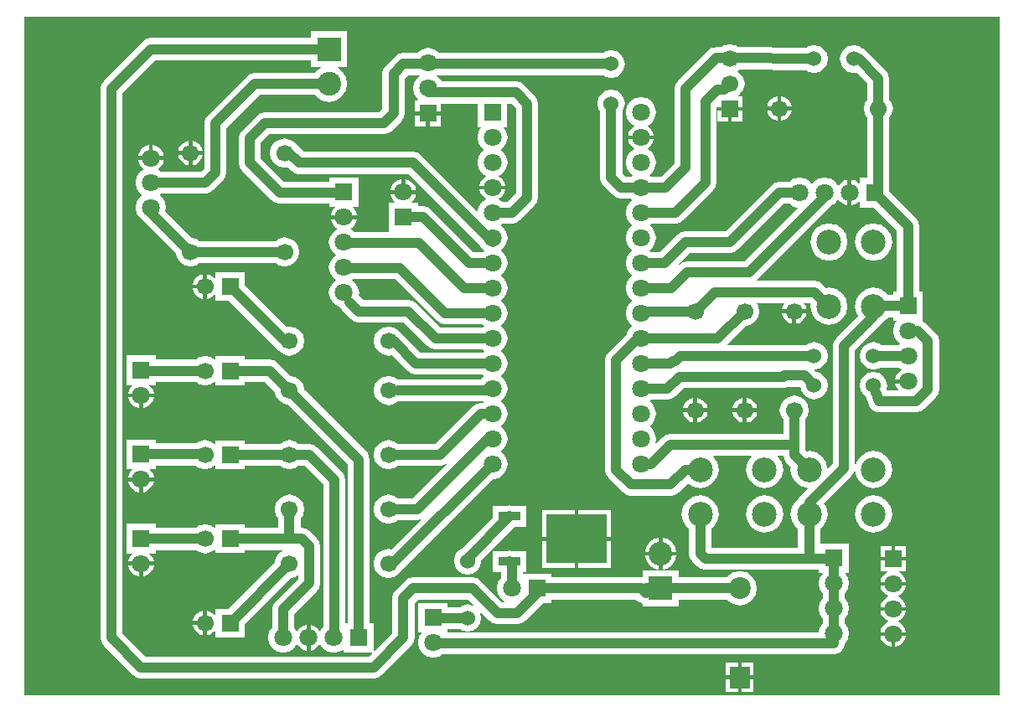
<source format=gbl>
G04 Layer_Physical_Order=2*
G04 Layer_Color=16711680*
%FSLAX25Y25*%
%MOIN*%
G70*
G01*
G75*
%ADD10R,0.24016X0.19685*%
%ADD11R,0.08661X0.03740*%
%ADD12C,0.03937*%
%ADD13C,0.06000*%
%ADD14R,0.07087X0.07087*%
%ADD15C,0.07087*%
%ADD16C,0.09842*%
%ADD17C,0.06693*%
%ADD18R,0.07087X0.07087*%
%ADD19R,0.06693X0.06693*%
%ADD20R,0.06693X0.06693*%
%ADD21R,0.07874X0.08661*%
%ADD22C,0.08661*%
%ADD23R,0.09449X0.09449*%
%ADD24C,0.09449*%
G36*
X390891Y2810D02*
X2810D01*
Y272781D01*
X390891D01*
Y2810D01*
D02*
G37*
%LPC*%
G36*
X221654Y76378D02*
X208858D01*
Y65748D01*
X221654D01*
Y76378D01*
D02*
G37*
G36*
X256693Y65321D02*
Y59842D01*
X262172D01*
X261839Y61513D01*
X260447Y63597D01*
X258363Y64989D01*
X256693Y65321D01*
D02*
G37*
G36*
X297244Y82229D02*
X294402Y81664D01*
X291993Y80054D01*
X290383Y77645D01*
X289818Y74803D01*
X290383Y71961D01*
X291993Y69552D01*
X294402Y67942D01*
X297244Y67377D01*
X300086Y67942D01*
X302495Y69552D01*
X304105Y71961D01*
X304670Y74803D01*
X304105Y77645D01*
X302495Y80054D01*
X300086Y81664D01*
X297244Y82229D01*
D02*
G37*
G36*
X236024Y76378D02*
X223228D01*
Y65748D01*
X236024D01*
Y76378D01*
D02*
G37*
G36*
X347638Y62205D02*
X343307D01*
Y57874D01*
X347638D01*
Y62205D01*
D02*
G37*
G36*
X236024Y64173D02*
X223228D01*
Y53543D01*
X236024D01*
Y64173D01*
D02*
G37*
G36*
X255118Y65321D02*
X253448Y64989D01*
X251364Y63597D01*
X249972Y61513D01*
X249640Y59842D01*
X255118D01*
Y65321D01*
D02*
G37*
G36*
X353543Y62205D02*
X349213D01*
Y57874D01*
X353543D01*
Y62205D01*
D02*
G37*
G36*
X294231Y115354D02*
X290158D01*
Y111281D01*
X291290Y111506D01*
X292918Y112594D01*
X294006Y114222D01*
X294231Y115354D01*
D02*
G37*
G36*
X288583D02*
X284509D01*
X284734Y114222D01*
X285822Y112594D01*
X287450Y111506D01*
X288583Y111281D01*
Y115354D01*
D02*
G37*
G36*
X274546Y115354D02*
X270472D01*
Y111281D01*
X271605Y111506D01*
X273233Y112594D01*
X274321Y114222D01*
X274546Y115354D01*
D02*
G37*
G36*
X268898D02*
X264824D01*
X265049Y114222D01*
X266137Y112594D01*
X267765Y111506D01*
X268898Y111281D01*
Y115354D01*
D02*
G37*
G36*
X108268Y82592D02*
X106040Y82149D01*
X104152Y80887D01*
X102890Y78999D01*
X102447Y76772D01*
X102890Y74544D01*
X103852Y73105D01*
Y69376D01*
X90354D01*
Y70669D01*
X78937D01*
Y69141D01*
X78740Y69090D01*
X76873Y70338D01*
X74646Y70781D01*
X72418Y70338D01*
X70979Y69376D01*
X55118D01*
Y71024D01*
X43307D01*
Y59213D01*
X45789D01*
X45846Y59024D01*
X45523Y58808D01*
X44391Y57115D01*
X44151Y55905D01*
X49213D01*
X54274D01*
X54034Y57115D01*
X52903Y58808D01*
X52579Y59024D01*
X52636Y59213D01*
X55118D01*
Y60545D01*
X70979D01*
X72418Y59583D01*
X74646Y59140D01*
X76873Y59583D01*
X78740Y60831D01*
X78937Y60780D01*
Y59252D01*
X90354D01*
Y60545D01*
X105760D01*
X105820Y60348D01*
X104152Y59234D01*
X102890Y57345D01*
X102553Y55647D01*
X84110Y37205D01*
X78937D01*
Y34271D01*
X78749Y34214D01*
X78194Y35044D01*
X76566Y36132D01*
X75433Y36357D01*
Y31496D01*
Y26635D01*
X76566Y26860D01*
X78194Y27948D01*
X78749Y28779D01*
X78937Y28721D01*
Y25787D01*
X90354D01*
Y30960D01*
X108797Y49403D01*
X110495Y49741D01*
X111553Y50447D01*
X111726Y50354D01*
Y49073D01*
X102705Y40051D01*
X101747Y38619D01*
X101411Y36929D01*
Y29612D01*
X100264Y27895D01*
X99806Y25591D01*
X100264Y23286D01*
X101569Y21333D01*
X103523Y20028D01*
X105827Y19569D01*
X108131Y20028D01*
X110084Y21333D01*
X111202Y23005D01*
X111399D01*
X112137Y21901D01*
X113830Y20769D01*
X115039Y20529D01*
Y25591D01*
Y30652D01*
X113830Y30412D01*
X112137Y29280D01*
X111399Y28176D01*
X111202D01*
X110242Y29612D01*
Y35100D01*
X119264Y44122D01*
X120221Y45554D01*
X120557Y47244D01*
X120557Y47244D01*
Y62038D01*
X120221Y63728D01*
X119264Y65161D01*
X116342Y68083D01*
X114909Y69040D01*
X113219Y69376D01*
X112683D01*
Y73105D01*
X113645Y74544D01*
X114088Y76772D01*
X113645Y78999D01*
X112383Y80887D01*
X110495Y82149D01*
X108268Y82592D01*
D02*
G37*
G36*
X340551Y82229D02*
X337709Y81664D01*
X335300Y80054D01*
X333690Y77645D01*
X333125Y74803D01*
X333690Y71961D01*
X335300Y69552D01*
X337709Y67942D01*
X340551Y67377D01*
X343393Y67942D01*
X345802Y69552D01*
X347412Y71961D01*
X347977Y74803D01*
X347412Y77645D01*
X345802Y80054D01*
X343393Y81664D01*
X340551Y82229D01*
D02*
G37*
G36*
X48425Y87795D02*
X44151D01*
X44391Y86586D01*
X45523Y84893D01*
X47216Y83762D01*
X48425Y83521D01*
Y87795D01*
D02*
G37*
G36*
X54274D02*
X50000D01*
Y83521D01*
X51210Y83762D01*
X52903Y84893D01*
X54034Y86586D01*
X54274Y87795D01*
D02*
G37*
G36*
X221654Y64173D02*
X208858D01*
Y53543D01*
X221654D01*
Y64173D01*
D02*
G37*
G36*
X353487Y26299D02*
X349213D01*
Y22025D01*
X350422Y22265D01*
X352115Y23397D01*
X353246Y25090D01*
X353487Y26299D01*
D02*
G37*
G36*
X347638D02*
X343363D01*
X343604Y25090D01*
X344735Y23397D01*
X346428Y22265D01*
X347638Y22025D01*
Y26299D01*
D02*
G37*
G36*
X353487Y36299D02*
X348425D01*
X343363D01*
X343604Y35090D01*
X344735Y33397D01*
X346428Y32265D01*
X346832Y32185D01*
Y31988D01*
X346428Y31908D01*
X344735Y30777D01*
X343604Y29084D01*
X343363Y27874D01*
X348425D01*
X353487D01*
X353246Y29084D01*
X352115Y30777D01*
X350422Y31908D01*
X350018Y31988D01*
Y32185D01*
X350422Y32265D01*
X352115Y33397D01*
X353246Y35090D01*
X353487Y36299D01*
D02*
G37*
G36*
X73858Y30709D02*
X69785D01*
X70010Y29576D01*
X71098Y27948D01*
X72725Y26860D01*
X73858Y26635D01*
Y30709D01*
D02*
G37*
G36*
X292913Y9055D02*
X288189D01*
Y3937D01*
X292913D01*
Y9055D01*
D02*
G37*
G36*
X286614D02*
X281890D01*
Y3937D01*
X286614D01*
Y9055D01*
D02*
G37*
G36*
X292913Y15748D02*
X288189D01*
Y10630D01*
X292913D01*
Y15748D01*
D02*
G37*
G36*
X286614D02*
X281890D01*
Y10630D01*
X286614D01*
Y15748D01*
D02*
G37*
G36*
X195866Y78353D02*
X194945Y78169D01*
X189173D01*
Y73489D01*
X176606Y60922D01*
X175268Y60027D01*
X174083Y58254D01*
X173667Y56161D01*
X174083Y54069D01*
X175268Y52296D01*
X177042Y51110D01*
X179134Y50694D01*
X181226Y51110D01*
X183000Y52296D01*
X184185Y54069D01*
X184601Y56161D01*
X184557Y56383D01*
X197878Y69705D01*
X202559D01*
Y78169D01*
X196787D01*
X195866Y78353D01*
D02*
G37*
G36*
X48425Y54331D02*
X44151D01*
X44391Y53121D01*
X45523Y51428D01*
X47216Y50297D01*
X48425Y50056D01*
Y54331D01*
D02*
G37*
G36*
X262172Y58268D02*
X256693D01*
Y52789D01*
X258363Y53121D01*
X260447Y54514D01*
X261839Y56597D01*
X262172Y58268D01*
D02*
G37*
G36*
X255118D02*
X249640D01*
X249972Y56597D01*
X251364Y54514D01*
X253448Y53121D01*
X255118Y52789D01*
Y58268D01*
D02*
G37*
G36*
X353487Y46299D02*
X348425D01*
X343363D01*
X343604Y45090D01*
X344735Y43397D01*
X346428Y42265D01*
X346832Y42185D01*
Y41988D01*
X346428Y41908D01*
X344735Y40777D01*
X343604Y39084D01*
X343363Y37874D01*
X348425D01*
X353487D01*
X353246Y39084D01*
X352115Y40777D01*
X350422Y41908D01*
X350018Y41988D01*
Y42185D01*
X350422Y42265D01*
X352115Y43397D01*
X353246Y45090D01*
X353487Y46299D01*
D02*
G37*
G36*
X73858Y36357D02*
X72725Y36132D01*
X71098Y35044D01*
X70010Y33416D01*
X69785Y32283D01*
X73858D01*
Y36357D01*
D02*
G37*
G36*
X54274Y54331D02*
X50000D01*
Y50056D01*
X51210Y50297D01*
X52903Y51428D01*
X54034Y53121D01*
X54274Y54331D01*
D02*
G37*
G36*
X353543Y56299D02*
X348425D01*
X343307D01*
Y51968D01*
X346165D01*
X346224Y51772D01*
X344735Y50776D01*
X343604Y49084D01*
X343363Y47874D01*
X348425D01*
X353487D01*
X353246Y49084D01*
X352115Y50776D01*
X350626Y51772D01*
X350686Y51968D01*
X353543D01*
Y56299D01*
D02*
G37*
G36*
X68110Y223365D02*
X66978Y223140D01*
X65350Y222052D01*
X64262Y220424D01*
X64037Y219291D01*
X68110D01*
Y223365D01*
D02*
G37*
G36*
X53937Y221597D02*
Y217323D01*
X58211D01*
X57971Y218532D01*
X56840Y220225D01*
X55147Y221357D01*
X53937Y221597D01*
D02*
G37*
G36*
X248031Y240746D02*
X245727Y240287D01*
X243774Y238982D01*
X242469Y237029D01*
X242010Y234724D01*
X242469Y232420D01*
X243774Y230467D01*
X245446Y229349D01*
Y229152D01*
X244342Y228414D01*
X243210Y226721D01*
X242970Y225512D01*
X253093D01*
X252853Y226721D01*
X251722Y228414D01*
X250617Y229152D01*
Y229349D01*
X252289Y230467D01*
X253594Y232420D01*
X254053Y234724D01*
X253594Y237029D01*
X252289Y238982D01*
X250336Y240287D01*
X248031Y240746D01*
D02*
G37*
G36*
X69685Y223365D02*
Y219291D01*
X73759D01*
X73533Y220424D01*
X72446Y222052D01*
X70818Y223140D01*
X69685Y223365D01*
D02*
G37*
G36*
X73759Y217717D02*
X69685D01*
Y213643D01*
X70818Y213868D01*
X72446Y214956D01*
X73533Y216584D01*
X73759Y217717D01*
D02*
G37*
G36*
X154331Y207975D02*
Y203701D01*
X158605D01*
X158364Y204910D01*
X157233Y206603D01*
X155540Y207734D01*
X154331Y207975D01*
D02*
G37*
G36*
X52362Y221597D02*
X51153Y221357D01*
X49460Y220225D01*
X48328Y218532D01*
X48088Y217323D01*
X52362D01*
Y221597D01*
D02*
G37*
G36*
X68110Y217717D02*
X64037D01*
X64262Y216584D01*
X65350Y214956D01*
X66978Y213868D01*
X68110Y213643D01*
Y217717D01*
D02*
G37*
G36*
X162598Y233465D02*
X158268D01*
Y229134D01*
X162598D01*
Y233465D01*
D02*
G37*
G36*
X302362Y241082D02*
X301229Y240856D01*
X299601Y239769D01*
X298514Y238141D01*
X298288Y237008D01*
X302362D01*
Y241082D01*
D02*
G37*
G36*
X308011Y235433D02*
X303937D01*
Y231360D01*
X305070Y231585D01*
X306698Y232673D01*
X307785Y234300D01*
X308011Y235433D01*
D02*
G37*
G36*
X163386Y260273D02*
X161082Y259815D01*
X159128Y258510D01*
X159023Y258353D01*
X153543D01*
X151854Y258016D01*
X150421Y257059D01*
X146484Y253122D01*
X145527Y251690D01*
X145191Y250000D01*
Y236081D01*
X143840Y234731D01*
X98425D01*
X96735Y234394D01*
X95303Y233437D01*
X89397Y227532D01*
X88440Y226099D01*
X88104Y224410D01*
Y214567D01*
X88440Y212877D01*
X89397Y211445D01*
X97272Y203571D01*
X97272Y203571D01*
X101208Y199634D01*
X102641Y198676D01*
X104331Y198340D01*
X124016D01*
Y197008D01*
X126498D01*
X126555Y196819D01*
X126231Y196603D01*
X125100Y194910D01*
X124859Y193701D01*
X129921D01*
X134983D01*
X134742Y194910D01*
X133611Y196603D01*
X133288Y196819D01*
X133345Y197008D01*
X135827D01*
Y208819D01*
X124016D01*
Y207171D01*
X106160D01*
X103516Y209815D01*
X103516Y209815D01*
X96935Y216396D01*
Y222581D01*
X100254Y225899D01*
X145669D01*
X147359Y226236D01*
X148792Y227193D01*
X152728Y231130D01*
X153686Y232562D01*
X154022Y234252D01*
Y248171D01*
X155372Y249521D01*
X159836D01*
X160092Y249350D01*
Y249153D01*
X159128Y248510D01*
X157823Y246556D01*
X157365Y244252D01*
X157823Y241948D01*
X159128Y239994D01*
X159781Y239558D01*
X159723Y239370D01*
X158268D01*
Y235039D01*
X163386D01*
X168504D01*
Y238183D01*
X183071D01*
Y228819D01*
X184401D01*
X184494Y228645D01*
X183414Y227029D01*
X182955Y224724D01*
X183414Y222420D01*
X184719Y220467D01*
X185682Y219823D01*
Y219626D01*
X184719Y218982D01*
X183414Y217029D01*
X182955Y214724D01*
X183414Y212420D01*
X184719Y210467D01*
X186391Y209349D01*
Y209153D01*
X185286Y208414D01*
X184155Y206721D01*
X183915Y205512D01*
X194038D01*
X193798Y206721D01*
X192666Y208414D01*
X191562Y209153D01*
Y209349D01*
X193234Y210467D01*
X194539Y212420D01*
X194998Y214724D01*
X194539Y217029D01*
X193234Y218982D01*
X192270Y219626D01*
Y219823D01*
X193234Y220467D01*
X194539Y222420D01*
X194998Y224724D01*
X194539Y227029D01*
X193459Y228645D01*
X193552Y228819D01*
X194882D01*
Y238183D01*
X196517D01*
X198340Y236360D01*
Y202616D01*
X194864Y199140D01*
X192998D01*
X191562Y200099D01*
Y200296D01*
X192666Y201034D01*
X193798Y202728D01*
X194038Y203937D01*
X183915D01*
X184155Y202728D01*
X185286Y201034D01*
X186391Y200296D01*
Y200099D01*
X184719Y198982D01*
X183414Y197029D01*
X183097Y195440D01*
X182909Y195383D01*
X160603Y217689D01*
X159170Y218646D01*
X157480Y218983D01*
X114034D01*
X111390Y221626D01*
X110828Y222002D01*
X110415Y222620D01*
X108527Y223881D01*
X106299Y224324D01*
X104072Y223881D01*
X102183Y222620D01*
X100922Y220731D01*
X100479Y218504D01*
X100922Y216277D01*
X102183Y214388D01*
X104072Y213126D01*
X106299Y212684D01*
X107587Y212940D01*
X109082Y211445D01*
X110515Y210488D01*
X112205Y210151D01*
X155651D01*
X183476Y182327D01*
X184719Y180467D01*
X185682Y179823D01*
Y179626D01*
X184955Y179140D01*
X181435D01*
X164540Y196036D01*
X163107Y196993D01*
X161417Y197329D01*
X159449D01*
Y198819D01*
X156967D01*
X156910Y199007D01*
X157233Y199223D01*
X158364Y200916D01*
X158605Y202126D01*
X153543D01*
X148482D01*
X148722Y200916D01*
X149853Y199223D01*
X150177Y199007D01*
X150120Y198819D01*
X147638D01*
Y187171D01*
X134178D01*
X132507Y188288D01*
Y188485D01*
X133611Y189224D01*
X134742Y190916D01*
X134983Y192126D01*
X129921D01*
X124859D01*
X125100Y190916D01*
X126231Y189224D01*
X127336Y188485D01*
Y188288D01*
X125664Y187171D01*
X124358Y185218D01*
X123900Y182913D01*
X124358Y180609D01*
X125664Y178656D01*
X126627Y178012D01*
Y177815D01*
X125664Y177171D01*
X124358Y175218D01*
X123900Y172913D01*
X124358Y170609D01*
X125664Y168656D01*
X126627Y168012D01*
Y167815D01*
X125664Y167171D01*
X124358Y165218D01*
X123900Y162913D01*
X124358Y160609D01*
X125664Y158656D01*
X127617Y157351D01*
X128275Y157220D01*
X129082Y156012D01*
X132704Y152390D01*
X134137Y151432D01*
X135827Y151096D01*
X153683D01*
X163177Y141602D01*
X164609Y140645D01*
X166299Y140309D01*
X184955D01*
X185682Y139823D01*
Y139626D01*
X184955Y139140D01*
X160412D01*
X152729Y146823D01*
X152166Y147199D01*
X151754Y147817D01*
X149865Y149078D01*
X147638Y149521D01*
X145411Y149078D01*
X143522Y147817D01*
X142261Y145928D01*
X141817Y143701D01*
X142261Y141473D01*
X143522Y139585D01*
X145411Y138323D01*
X147638Y137880D01*
X148926Y138137D01*
X155461Y131602D01*
X156893Y130645D01*
X158583Y130309D01*
X184955D01*
X185682Y129823D01*
Y129626D01*
X184719Y128982D01*
X184351Y128431D01*
X151575D01*
X151367Y128390D01*
X149865Y129393D01*
X147638Y129836D01*
X145411Y129393D01*
X143522Y128131D01*
X142261Y126243D01*
X141817Y124016D01*
X142261Y121788D01*
X143522Y119900D01*
X145411Y118638D01*
X147638Y118195D01*
X149865Y118638D01*
X151367Y119642D01*
X151575Y119600D01*
X185305D01*
X185362Y119412D01*
X184955Y119140D01*
X184320D01*
X184320Y119140D01*
X182630Y118804D01*
X181198Y117847D01*
X166192Y102841D01*
X151305D01*
X149865Y103803D01*
X147638Y104246D01*
X145410Y103803D01*
X143522Y102541D01*
X142260Y100653D01*
X141817Y98425D01*
X142260Y96198D01*
X143522Y94310D01*
X145410Y93048D01*
X147638Y92605D01*
X149865Y93048D01*
X151305Y94010D01*
X168021D01*
X169710Y94346D01*
X171013Y95216D01*
X171139Y95063D01*
X157262Y81187D01*
X151305D01*
X149865Y82149D01*
X147638Y82592D01*
X145410Y82149D01*
X143522Y80887D01*
X142260Y78999D01*
X141817Y76772D01*
X142260Y74544D01*
X143522Y72656D01*
X145410Y71394D01*
X147638Y70951D01*
X149865Y71394D01*
X151305Y72356D01*
X159091D01*
X160347Y72606D01*
X160440Y72432D01*
X148729Y60722D01*
X147638Y60939D01*
X145410Y60496D01*
X143522Y59234D01*
X142260Y57345D01*
X141817Y55118D01*
X142260Y52891D01*
X143522Y51002D01*
X145410Y49741D01*
X147638Y49298D01*
X149865Y49741D01*
X151753Y51002D01*
X152404Y51976D01*
X152610Y52114D01*
X189255Y88759D01*
X191280Y89162D01*
X193234Y90467D01*
X194539Y92420D01*
X194998Y94725D01*
X194539Y97029D01*
X193234Y98982D01*
X192270Y99626D01*
Y99823D01*
X193234Y100467D01*
X194539Y102420D01*
X194998Y104725D01*
X194539Y107029D01*
X193234Y108982D01*
X192270Y109626D01*
Y109823D01*
X193234Y110467D01*
X194539Y112420D01*
X194998Y114725D01*
X194539Y117029D01*
X193234Y118982D01*
X192270Y119626D01*
Y119823D01*
X193234Y120467D01*
X194539Y122420D01*
X194998Y124724D01*
X194539Y127029D01*
X193234Y128982D01*
X192270Y129626D01*
Y129823D01*
X193234Y130467D01*
X194539Y132420D01*
X194998Y134724D01*
X194539Y137029D01*
X193234Y138982D01*
X192270Y139626D01*
Y139823D01*
X193234Y140467D01*
X194539Y142420D01*
X194998Y144725D01*
X194539Y147029D01*
X193234Y148982D01*
X192270Y149626D01*
Y149823D01*
X193234Y150467D01*
X194539Y152420D01*
X194998Y154725D01*
X194539Y157029D01*
X193234Y158982D01*
X192270Y159626D01*
Y159823D01*
X193234Y160467D01*
X194539Y162420D01*
X194998Y164725D01*
X194539Y167029D01*
X193234Y168982D01*
X192270Y169626D01*
Y169823D01*
X193234Y170467D01*
X194539Y172420D01*
X194998Y174724D01*
X194539Y177029D01*
X193234Y178982D01*
X192270Y179626D01*
Y179823D01*
X193234Y180467D01*
X194539Y182420D01*
X194998Y184724D01*
X194539Y187029D01*
X193234Y188982D01*
X192270Y189626D01*
Y189823D01*
X192998Y190309D01*
X196693D01*
X198383Y190645D01*
X199815Y191602D01*
X205878Y197665D01*
X206835Y199098D01*
X207171Y200787D01*
Y238189D01*
X206835Y239879D01*
X205878Y241311D01*
X201469Y245721D01*
X200036Y246678D01*
X198346Y247014D01*
X168643D01*
X167643Y248510D01*
X166680Y249153D01*
Y249350D01*
X166936Y249521D01*
X233177D01*
X234128Y248886D01*
X236220Y248470D01*
X238313Y248886D01*
X240086Y250071D01*
X241271Y251845D01*
X241688Y253937D01*
X241271Y256029D01*
X240086Y257803D01*
X238313Y258988D01*
X236220Y259404D01*
X234128Y258988D01*
X233177Y258353D01*
X167748D01*
X167643Y258510D01*
X165690Y259815D01*
X163386Y260273D01*
D02*
G37*
G36*
X303937Y241082D02*
Y237008D01*
X308011D01*
X307785Y238141D01*
X306698Y239769D01*
X305070Y240856D01*
X303937Y241082D01*
D02*
G37*
G36*
X282677Y235276D02*
X278543D01*
Y231142D01*
X282677D01*
Y235276D01*
D02*
G37*
G36*
X168504Y233465D02*
X164173D01*
Y229134D01*
X168504D01*
Y233465D01*
D02*
G37*
G36*
X302362Y235433D02*
X298288D01*
X298514Y234300D01*
X299601Y232673D01*
X301229Y231585D01*
X302362Y231360D01*
Y235433D01*
D02*
G37*
G36*
X288386Y235276D02*
X284252D01*
Y231142D01*
X288386D01*
Y235276D01*
D02*
G37*
G36*
X48425Y121260D02*
X44151D01*
X44391Y120050D01*
X45523Y118357D01*
X47216Y117226D01*
X48425Y116985D01*
Y121260D01*
D02*
G37*
G36*
X54274D02*
X50000D01*
Y116985D01*
X51210Y117226D01*
X52903Y118357D01*
X54034Y120050D01*
X54274Y121260D01*
D02*
G37*
G36*
X308268Y154725D02*
X304194D01*
X304419Y153592D01*
X305507Y151964D01*
X307135Y150876D01*
X308268Y150651D01*
Y154725D01*
D02*
G37*
G36*
X131102Y266929D02*
X116929D01*
Y264258D01*
X53150D01*
X51460Y263922D01*
X50027Y262965D01*
X34279Y247217D01*
X33322Y245784D01*
X32986Y244094D01*
Y25591D01*
X33322Y23901D01*
X34279Y22468D01*
X46090Y10657D01*
X46090Y10657D01*
X47523Y9700D01*
X49213Y9364D01*
X141732D01*
X143422Y9700D01*
X144854Y10657D01*
X156666Y22468D01*
X157623Y23901D01*
X157959Y25591D01*
Y39510D01*
X159309Y40860D01*
X179273D01*
X181697Y38437D01*
X181572Y38285D01*
X181226Y38516D01*
X179134Y38932D01*
X177042Y38516D01*
X176091Y37880D01*
X171260D01*
Y39528D01*
X159449D01*
Y27717D01*
X160779D01*
X160872Y27543D01*
X159792Y25926D01*
X159333Y23622D01*
X159792Y21318D01*
X161097Y19364D01*
X163050Y18059D01*
X165354Y17601D01*
X167658Y18059D01*
X168904Y18892D01*
X324803D01*
X326493Y19228D01*
X327925Y20185D01*
X328883Y21617D01*
X329195Y23187D01*
X330366Y24940D01*
X330824Y27244D01*
X330366Y29548D01*
X329219Y31265D01*
Y33223D01*
X330366Y34940D01*
X330824Y37244D01*
X330366Y39548D01*
X329219Y41265D01*
Y43223D01*
X330366Y44940D01*
X330824Y47244D01*
X330366Y49548D01*
X329301Y51142D01*
X329406Y51339D01*
X330709D01*
Y63150D01*
X319376D01*
Y68994D01*
X320212Y69552D01*
X321821Y71961D01*
X322387Y74803D01*
X321821Y77645D01*
X320857Y79088D01*
X331862Y90093D01*
X332820Y91525D01*
X332971Y92286D01*
X333172D01*
X333690Y89678D01*
X335300Y87269D01*
X337709Y85659D01*
X340551Y85094D01*
X343393Y85659D01*
X345802Y87269D01*
X347412Y89678D01*
X347977Y92520D01*
X347412Y95362D01*
X345802Y97771D01*
X343393Y99381D01*
X340551Y99946D01*
X337709Y99381D01*
X335300Y97771D01*
X333690Y95362D01*
X333352Y93664D01*
X333156Y93683D01*
Y139903D01*
X343673Y150421D01*
X343673Y150421D01*
X344139Y151118D01*
X345802Y152229D01*
X346466Y153222D01*
X348425D01*
Y151732D01*
X349755D01*
X349848Y151559D01*
X348768Y149942D01*
X348309Y147638D01*
X348768Y145334D01*
X350073Y143380D01*
X351037Y142736D01*
Y142539D01*
X350309Y142053D01*
X343830D01*
X342643Y142846D01*
X340551Y143263D01*
X338459Y142846D01*
X336685Y141661D01*
X335500Y139887D01*
X335084Y137795D01*
X335500Y135703D01*
X336685Y133929D01*
X338459Y132744D01*
X340551Y132328D01*
X342643Y132744D01*
X343359Y133222D01*
X350309D01*
X351745Y132263D01*
Y132066D01*
X350641Y131328D01*
X349510Y129635D01*
X349269Y128425D01*
X354331D01*
Y126850D01*
X349269D01*
X349510Y125641D01*
X350370Y124353D01*
X350277Y124179D01*
X345917D01*
X345750Y124635D01*
X346018Y125984D01*
X345602Y128077D01*
X344417Y129850D01*
X342643Y131035D01*
X340551Y131451D01*
X338459Y131035D01*
X336685Y129850D01*
X335500Y128077D01*
X335084Y125984D01*
X335500Y123892D01*
X336685Y122118D01*
X337456Y121604D01*
X338690Y118242D01*
X338737Y118164D01*
X338755Y118074D01*
X339185Y117431D01*
X339587Y116772D01*
X339662Y116718D01*
X339712Y116641D01*
X340355Y116212D01*
X340980Y115757D01*
X341069Y115735D01*
X341145Y115684D01*
X341903Y115534D01*
X342654Y115352D01*
X342745Y115366D01*
X342835Y115348D01*
X357592D01*
X359282Y115684D01*
X360715Y116641D01*
X365327Y121254D01*
X366284Y122687D01*
X366620Y124376D01*
Y130899D01*
X366620Y130899D01*
Y143701D01*
X366284Y145391D01*
X365327Y146823D01*
X361390Y150760D01*
X360229Y151535D01*
X360236Y151732D01*
X360236Y151732D01*
X360236Y151732D01*
Y163543D01*
X358746D01*
Y189449D01*
X358410Y191139D01*
X357453Y192571D01*
X346929Y203095D01*
Y204221D01*
X346935Y204252D01*
Y232554D01*
X347897Y233993D01*
X348340Y236221D01*
X347897Y238448D01*
X346935Y239887D01*
Y248031D01*
X346935Y248031D01*
X346599Y249721D01*
X345642Y251154D01*
X337768Y259028D01*
X336335Y259985D01*
X336176Y260017D01*
X334769Y260957D01*
X332677Y261373D01*
X330585Y260957D01*
X328811Y259771D01*
X327626Y257998D01*
X327210Y255906D01*
X327626Y253813D01*
X328811Y252040D01*
X330585Y250854D01*
X332677Y250438D01*
X333671Y250636D01*
X338104Y246202D01*
Y239887D01*
X337142Y238448D01*
X336699Y236221D01*
X337142Y233993D01*
X338104Y232554D01*
Y208661D01*
X335118D01*
Y206179D01*
X334930Y206122D01*
X334714Y206446D01*
X333021Y207577D01*
X331811Y207818D01*
Y202756D01*
Y197694D01*
X333021Y197935D01*
X334714Y199066D01*
X334930Y199390D01*
X335118Y199332D01*
Y196850D01*
X340685D01*
X349915Y187620D01*
Y163543D01*
X348425D01*
Y162053D01*
X346255D01*
X345802Y162731D01*
X343393Y164341D01*
X340551Y164907D01*
X337709Y164341D01*
X335300Y162731D01*
X333690Y160322D01*
X333125Y157480D01*
X333690Y154639D01*
X334376Y153612D01*
X325618Y144855D01*
X324661Y143422D01*
X324325Y141732D01*
Y95044D01*
X322437Y93156D01*
X322249Y93214D01*
X321821Y95362D01*
X320212Y97771D01*
X317802Y99381D01*
X314961Y99946D01*
X313975Y99750D01*
X313471Y100254D01*
Y112475D01*
X314433Y113914D01*
X314876Y116142D01*
X314433Y118369D01*
X313171Y120257D01*
X311282Y121519D01*
X309055Y121962D01*
X306828Y121519D01*
X304939Y120257D01*
X303678Y118369D01*
X303235Y116142D01*
X303678Y113914D01*
X304640Y112475D01*
Y106778D01*
X297244Y106778D01*
X297244Y106778D01*
X259842D01*
X258153Y106442D01*
X256720Y105484D01*
X253830Y102594D01*
X253648Y102691D01*
X254053Y104725D01*
X253594Y107029D01*
X252289Y108982D01*
X251325Y109626D01*
Y109823D01*
X252289Y110467D01*
X253594Y112420D01*
X254053Y114725D01*
X253594Y117029D01*
X252289Y118982D01*
X251325Y119626D01*
Y119823D01*
X252053Y120309D01*
X258583D01*
X260272Y120645D01*
X261705Y121602D01*
X265215Y125112D01*
X304825D01*
X306514Y125448D01*
X306601Y125506D01*
X311163D01*
X311655Y125014D01*
X311878Y123892D01*
X313063Y122118D01*
X314837Y120933D01*
X316929Y120517D01*
X319021Y120933D01*
X320795Y122118D01*
X321980Y123892D01*
X322396Y125984D01*
X321980Y128077D01*
X320795Y129850D01*
X319021Y131035D01*
X317899Y131258D01*
X317014Y132144D01*
X317078Y132358D01*
X319021Y132744D01*
X320795Y133929D01*
X321980Y135703D01*
X322396Y137795D01*
X321980Y139887D01*
X320795Y141661D01*
X319021Y142846D01*
X316929Y143263D01*
X314837Y142846D01*
X313886Y142211D01*
X282571D01*
X282495Y142393D01*
X289899Y149797D01*
X291598Y150134D01*
X293486Y151396D01*
X294747Y153284D01*
X295191Y155512D01*
X294747Y157739D01*
X294172Y158600D01*
X294265Y158774D01*
X305107D01*
X305200Y158600D01*
X304419Y157432D01*
X304194Y156299D01*
X309055D01*
X313916D01*
X313691Y157432D01*
X312911Y158600D01*
X313003Y158774D01*
X315297D01*
X315604Y158466D01*
X315408Y157480D01*
X315974Y154639D01*
X317583Y152229D01*
X319993Y150619D01*
X322835Y150054D01*
X325676Y150619D01*
X328086Y152229D01*
X329695Y154639D01*
X330261Y157480D01*
X329695Y160322D01*
X328086Y162731D01*
X325676Y164341D01*
X322835Y164907D01*
X321849Y164710D01*
X320248Y166311D01*
X318816Y167268D01*
X317126Y167604D01*
X294100D01*
X294043Y167793D01*
X294264Y167941D01*
X323896Y197573D01*
X325281Y198498D01*
X326399Y200171D01*
X326595D01*
X327334Y199066D01*
X329027Y197935D01*
X330236Y197694D01*
Y202756D01*
Y207818D01*
X329027Y207577D01*
X327334Y206446D01*
X326595Y205341D01*
X326399D01*
X325281Y207014D01*
X323328Y208319D01*
X321024Y208777D01*
X318719Y208319D01*
X316766Y207014D01*
X316122Y206050D01*
X315925D01*
X315281Y207014D01*
X313328Y208319D01*
X311024Y208777D01*
X308719Y208319D01*
X307002Y207172D01*
X303150D01*
X301460Y206835D01*
X300027Y205878D01*
X281636Y187486D01*
X265748D01*
X264058Y187150D01*
X262626Y186193D01*
X255573Y179140D01*
X252053D01*
X251325Y179626D01*
Y179823D01*
X252289Y180467D01*
X253594Y182420D01*
X254053Y184724D01*
X253594Y187029D01*
X252289Y188982D01*
X251325Y189626D01*
Y189823D01*
X252053Y190309D01*
X261653D01*
X263343Y190645D01*
X264776Y191602D01*
X276744Y203571D01*
X277701Y205003D01*
X278038Y206693D01*
Y237209D01*
X278361Y237533D01*
X278543Y237457D01*
Y236850D01*
X283465D01*
X288386D01*
Y240984D01*
X286478D01*
X286421Y241173D01*
X287580Y241947D01*
X288842Y243836D01*
X289285Y246063D01*
X288842Y248290D01*
X287580Y250179D01*
X286404Y250965D01*
Y251161D01*
X287325Y251776D01*
X313841Y251520D01*
X314837Y250854D01*
X316929Y250438D01*
X319021Y250854D01*
X320795Y252040D01*
X321980Y253813D01*
X322396Y255906D01*
X321980Y257998D01*
X320795Y259771D01*
X319021Y260957D01*
X316929Y261373D01*
X314837Y260957D01*
X313930Y260350D01*
X286932Y260612D01*
X285692Y261440D01*
X283465Y261883D01*
X281237Y261440D01*
X280111Y260688D01*
X278009Y260715D01*
X277981Y260709D01*
X277953Y260715D01*
X277134Y260552D01*
X276315Y260400D01*
X276291Y260384D01*
X276263Y260379D01*
X275569Y259915D01*
X274870Y259461D01*
X274854Y259437D01*
X274831Y259421D01*
X262626Y247217D01*
X261669Y245784D01*
X261333Y244094D01*
X261333Y244094D01*
Y214427D01*
X256045Y209140D01*
X252053D01*
X251325Y209626D01*
Y209823D01*
X252289Y210467D01*
X253594Y212420D01*
X254053Y214724D01*
X253594Y217029D01*
X252289Y218982D01*
X250617Y220099D01*
Y220296D01*
X251722Y221035D01*
X252853Y222727D01*
X253093Y223937D01*
X242970D01*
X243210Y222727D01*
X244342Y221035D01*
X245446Y220296D01*
Y220099D01*
X243774Y218982D01*
X242469Y217029D01*
X242010Y214724D01*
X242469Y212420D01*
X243774Y210467D01*
X244738Y209823D01*
Y209626D01*
X244010Y209140D01*
X241986D01*
X240636Y210490D01*
Y235146D01*
X241271Y236097D01*
X241688Y238189D01*
X241271Y240281D01*
X240086Y242055D01*
X238313Y243240D01*
X236220Y243656D01*
X234128Y243240D01*
X232354Y242055D01*
X231169Y240281D01*
X230753Y238189D01*
X231169Y236097D01*
X231805Y235146D01*
Y208661D01*
X232141Y206972D01*
X233098Y205539D01*
X237035Y201602D01*
X237035Y201602D01*
X238468Y200645D01*
X240157Y200309D01*
X244010D01*
X244738Y199823D01*
Y199626D01*
X243774Y198982D01*
X242469Y197029D01*
X242010Y194725D01*
X242469Y192420D01*
X243774Y190467D01*
X244738Y189823D01*
Y189626D01*
X243774Y188982D01*
X242469Y187029D01*
X242010Y184724D01*
X242469Y182420D01*
X243774Y180467D01*
X244738Y179823D01*
Y179626D01*
X243774Y178982D01*
X242469Y177029D01*
X242010Y174724D01*
X242469Y172420D01*
X243774Y170467D01*
X244738Y169823D01*
Y169626D01*
X243774Y168982D01*
X242469Y167029D01*
X242010Y164725D01*
X242469Y162420D01*
X243774Y160467D01*
X244738Y159823D01*
Y159626D01*
X243774Y158982D01*
X242469Y157029D01*
X242010Y154725D01*
X242469Y152420D01*
X243774Y150467D01*
X244738Y149823D01*
Y149626D01*
X243774Y148982D01*
X242469Y147029D01*
X242348Y146421D01*
X235067Y139140D01*
X234109Y137707D01*
X233773Y136017D01*
Y92520D01*
X234109Y90830D01*
X235067Y89398D01*
X240972Y83492D01*
X242405Y82535D01*
X244094Y82199D01*
X259842D01*
X261532Y82535D01*
X262965Y83492D01*
X266606Y87133D01*
X268812Y85659D01*
X271654Y85094D01*
X274495Y85659D01*
X276905Y87269D01*
X278514Y89678D01*
X279080Y92520D01*
X278514Y95362D01*
X276919Y97750D01*
X276969Y97947D01*
X291929D01*
X291979Y97750D01*
X290383Y95362D01*
X289818Y92520D01*
X290383Y89678D01*
X291993Y87269D01*
X294402Y85659D01*
X297244Y85094D01*
X300086Y85659D01*
X302495Y87269D01*
X304105Y89678D01*
X304670Y92520D01*
X304105Y95362D01*
X302509Y97750D01*
X302559Y97947D01*
X304735D01*
X304976Y96736D01*
X305933Y95303D01*
X307731Y93505D01*
X307534Y92520D01*
X308100Y89678D01*
X309710Y87269D01*
X312119Y85659D01*
X314267Y85232D01*
X314324Y85043D01*
X311838Y82558D01*
X310881Y81125D01*
X310815Y80793D01*
X309710Y80054D01*
X308100Y77645D01*
X307534Y74803D01*
X308100Y71961D01*
X309710Y69552D01*
X310545Y68994D01*
Y61502D01*
X276069D01*
Y68994D01*
X276905Y69552D01*
X278514Y71961D01*
X279080Y74803D01*
X278514Y77645D01*
X276905Y80054D01*
X274495Y81664D01*
X271654Y82229D01*
X268812Y81664D01*
X266402Y80054D01*
X264793Y77645D01*
X264227Y74803D01*
X264793Y71961D01*
X266402Y69552D01*
X267238Y68994D01*
Y59055D01*
X267574Y57365D01*
X268531Y55933D01*
X270500Y53964D01*
X271932Y53007D01*
X273622Y52671D01*
X318898D01*
Y51339D01*
X320200D01*
X320305Y51142D01*
X319240Y49548D01*
X318782Y47244D01*
X319240Y44940D01*
X320388Y43223D01*
Y41265D01*
X319240Y39548D01*
X318782Y37244D01*
X319240Y34940D01*
X320388Y33223D01*
Y31265D01*
X319240Y29548D01*
X318877Y27723D01*
X171260D01*
Y29049D01*
X176091D01*
X177042Y28414D01*
X179134Y27997D01*
X181226Y28414D01*
X183000Y29599D01*
X184185Y31372D01*
X184601Y33465D01*
X184185Y35557D01*
X183954Y35902D01*
X184106Y36027D01*
X187823Y32311D01*
X187823Y32311D01*
X189255Y31354D01*
X190945Y31018D01*
X190945Y31018D01*
X198819D01*
X200509Y31354D01*
X201941Y32311D01*
X209000Y39370D01*
X212598D01*
Y40860D01*
X246203D01*
X246878Y40185D01*
X248310Y39228D01*
X248819Y39127D01*
Y38189D01*
X262992D01*
Y40860D01*
X282302D01*
X282576Y40450D01*
X284790Y38971D01*
X287402Y38452D01*
X290013Y38971D01*
X292227Y40450D01*
X293706Y42664D01*
X294226Y45276D01*
X293706Y47887D01*
X292227Y50101D01*
X290013Y51580D01*
X287402Y52100D01*
X284790Y51580D01*
X282576Y50101D01*
X282302Y49691D01*
X262992D01*
Y52362D01*
X248819D01*
Y49690D01*
X248667Y49565D01*
X248032Y49691D01*
X212598D01*
Y51181D01*
X201108D01*
Y51752D01*
X202559D01*
Y60216D01*
X196787D01*
X195866Y60400D01*
X194945Y60216D01*
X189173D01*
Y51752D01*
X192277D01*
Y49297D01*
X191130Y47580D01*
X190672Y45276D01*
X191130Y42971D01*
X192435Y41018D01*
X193903Y40037D01*
X193846Y39849D01*
X192774D01*
X184225Y48398D01*
X182792Y49355D01*
X181102Y49691D01*
X157480D01*
X155790Y49355D01*
X154358Y48398D01*
X150421Y44461D01*
X149464Y43028D01*
X149128Y41339D01*
Y27419D01*
X141914Y20206D01*
X141732Y20281D01*
Y31496D01*
X140242D01*
Y96457D01*
X139906Y98146D01*
X138949Y99579D01*
X113983Y124545D01*
X113645Y126243D01*
X112383Y128131D01*
X110495Y129393D01*
X108797Y129731D01*
X103516Y135012D01*
X102083Y135969D01*
X100394Y136305D01*
X90354D01*
Y137599D01*
X78937D01*
Y136070D01*
X78740Y136020D01*
X76873Y137267D01*
X74646Y137710D01*
X72418Y137267D01*
X70978Y136305D01*
X55118D01*
Y137953D01*
X43307D01*
Y126142D01*
X45789D01*
X45846Y125953D01*
X45523Y125737D01*
X44391Y124044D01*
X44151Y122835D01*
X49213D01*
X54274D01*
X54034Y124044D01*
X52903Y125737D01*
X52579Y125953D01*
X52636Y126142D01*
X55118D01*
Y127474D01*
X70979D01*
X72418Y126512D01*
X74646Y126069D01*
X76873Y126512D01*
X78740Y127760D01*
X78937Y127710D01*
Y126181D01*
X90354D01*
Y127474D01*
X98565D01*
X102552Y123486D01*
X102890Y121788D01*
X104152Y119900D01*
X106040Y118638D01*
X107738Y118301D01*
X131411Y94628D01*
Y31496D01*
X130597D01*
Y88386D01*
X130261Y90075D01*
X129304Y91508D01*
X119264Y101548D01*
X117832Y102505D01*
X116142Y102841D01*
X111935D01*
X110495Y103803D01*
X108268Y104246D01*
X106040Y103803D01*
X104601Y102841D01*
X90354D01*
Y104134D01*
X78937D01*
Y102605D01*
X78740Y102555D01*
X76873Y103803D01*
X74646Y104246D01*
X72418Y103803D01*
X71214Y102998D01*
X55118D01*
Y104488D01*
X43307D01*
Y92677D01*
X45789D01*
X45846Y92489D01*
X45523Y92273D01*
X44391Y90580D01*
X44151Y89370D01*
X49213D01*
X54274D01*
X54034Y90580D01*
X52903Y92273D01*
X52579Y92489D01*
X52636Y92677D01*
X55118D01*
Y94167D01*
X70743D01*
X72418Y93048D01*
X74646Y92605D01*
X76873Y93048D01*
X78740Y94295D01*
X78937Y94245D01*
Y92717D01*
X90354D01*
Y94010D01*
X104601D01*
X106040Y93048D01*
X108268Y92605D01*
X110495Y93048D01*
X111935Y94010D01*
X114313D01*
X121766Y86557D01*
Y29980D01*
X121569Y29848D01*
X120452Y28176D01*
X120255D01*
X119517Y29280D01*
X117824Y30412D01*
X116614Y30652D01*
Y25591D01*
Y20529D01*
X117824Y20769D01*
X119517Y21901D01*
X120255Y23005D01*
X120452D01*
X121569Y21333D01*
X123522Y20028D01*
X125827Y19569D01*
X128131Y20028D01*
X129748Y21108D01*
X129921Y21015D01*
Y19685D01*
X141136D01*
X141211Y19503D01*
X139903Y18195D01*
X51042D01*
X41817Y27419D01*
Y242266D01*
X54979Y255427D01*
X116929D01*
Y252756D01*
X120923D01*
X120982Y252559D01*
X118907Y251172D01*
X118443Y250479D01*
X94488D01*
X92798Y250142D01*
X91366Y249185D01*
X75618Y233437D01*
X74661Y232005D01*
X74325Y230315D01*
Y212459D01*
X72974Y211108D01*
X57171D01*
X55853Y211989D01*
Y212186D01*
X56840Y212845D01*
X57971Y214539D01*
X58211Y215748D01*
X53150D01*
X48088D01*
X48328Y214539D01*
X49460Y212845D01*
X50447Y212186D01*
Y211989D01*
X48892Y210950D01*
X47587Y208997D01*
X47128Y206693D01*
X47587Y204389D01*
X48892Y202435D01*
X49738Y201870D01*
Y201673D01*
X48892Y201108D01*
X47587Y199155D01*
X47128Y196851D01*
X47587Y194546D01*
X48892Y192593D01*
X49937Y191894D01*
X50027Y191760D01*
X63182Y178605D01*
X63520Y176907D01*
X64782Y175018D01*
X66670Y173756D01*
X68898Y173313D01*
X71125Y173756D01*
X72565Y174718D01*
X102632D01*
X104072Y173756D01*
X106299Y173313D01*
X108527Y173756D01*
X110415Y175018D01*
X111677Y176906D01*
X112120Y179134D01*
X111677Y181361D01*
X110415Y183249D01*
X108527Y184511D01*
X106299Y184954D01*
X104072Y184511D01*
X102632Y183549D01*
X72565D01*
X71125Y184511D01*
X69427Y184849D01*
X58881Y195395D01*
X59171Y196851D01*
X58712Y199155D01*
X57407Y201108D01*
X56561Y201673D01*
Y201870D01*
X57171Y202277D01*
X74803D01*
X76493Y202613D01*
X77925Y203571D01*
X81862Y207508D01*
X82820Y208940D01*
X83156Y210630D01*
Y228486D01*
X96317Y241648D01*
X118443D01*
X118907Y240954D01*
X121251Y239387D01*
X124016Y238838D01*
X126781Y239387D01*
X129125Y240954D01*
X130691Y243298D01*
X131241Y246063D01*
X130691Y248828D01*
X129125Y251172D01*
X127049Y252559D01*
X127109Y252756D01*
X131102D01*
Y266929D01*
D02*
G37*
G36*
X290158Y121003D02*
Y116929D01*
X294231D01*
X294006Y118062D01*
X292918Y119690D01*
X291290Y120777D01*
X290158Y121003D01*
D02*
G37*
G36*
X288583Y121003D02*
X287450Y120777D01*
X285822Y119690D01*
X284734Y118062D01*
X284509Y116929D01*
X288583D01*
Y121003D01*
D02*
G37*
G36*
X270472Y121003D02*
Y116929D01*
X274546D01*
X274321Y118062D01*
X273233Y119690D01*
X271605Y120777D01*
X270472Y121003D01*
D02*
G37*
G36*
X268898Y121003D02*
X267765Y120777D01*
X266137Y119690D01*
X265049Y118062D01*
X264824Y116929D01*
X268898D01*
Y121003D01*
D02*
G37*
G36*
X322835Y190497D02*
X319993Y189932D01*
X317583Y188322D01*
X315974Y185913D01*
X315408Y183071D01*
X315974Y180229D01*
X317583Y177820D01*
X319993Y176210D01*
X322835Y175645D01*
X325676Y176210D01*
X328086Y177820D01*
X329695Y180229D01*
X330261Y183071D01*
X329695Y185913D01*
X328086Y188322D01*
X325676Y189932D01*
X322835Y190497D01*
D02*
G37*
G36*
X90354Y171063D02*
X78937D01*
Y168129D01*
X78749Y168072D01*
X78194Y168902D01*
X76566Y169990D01*
X75433Y170215D01*
Y165354D01*
Y160493D01*
X76566Y160719D01*
X78194Y161806D01*
X78749Y162637D01*
X78937Y162580D01*
Y159646D01*
X84110D01*
X103177Y140578D01*
X103739Y140203D01*
X104152Y139585D01*
X106040Y138323D01*
X108268Y137880D01*
X110495Y138323D01*
X112383Y139585D01*
X113645Y141473D01*
X114088Y143701D01*
X113645Y145928D01*
X112383Y147817D01*
X110495Y149078D01*
X108268Y149521D01*
X106980Y149265D01*
X90354Y165890D01*
Y171063D01*
D02*
G37*
G36*
X152756Y207975D02*
X151546Y207734D01*
X149853Y206603D01*
X148722Y204910D01*
X148482Y203701D01*
X152756D01*
Y207975D01*
D02*
G37*
G36*
X340551Y190497D02*
X337709Y189932D01*
X335300Y188322D01*
X333690Y185913D01*
X333125Y183071D01*
X333690Y180229D01*
X335300Y177820D01*
X337709Y176210D01*
X340551Y175645D01*
X343393Y176210D01*
X345802Y177820D01*
X347412Y180229D01*
X347977Y183071D01*
X347412Y185913D01*
X345802Y188322D01*
X343393Y189932D01*
X340551Y190497D01*
D02*
G37*
G36*
X73858Y164567D02*
X69785D01*
X70010Y163434D01*
X71098Y161806D01*
X72725Y160719D01*
X73858Y160493D01*
Y164567D01*
D02*
G37*
G36*
X313916Y154725D02*
X309842D01*
Y150651D01*
X310975Y150876D01*
X312603Y151964D01*
X313691Y153592D01*
X313916Y154725D01*
D02*
G37*
G36*
X73858Y170215D02*
X72725Y169990D01*
X71098Y168902D01*
X70010Y167274D01*
X69785Y166142D01*
X73858D01*
Y170215D01*
D02*
G37*
%LPD*%
G36*
X166956Y151602D02*
X168389Y150645D01*
X170079Y150309D01*
X184955D01*
X185682Y149823D01*
Y149626D01*
X184955Y149140D01*
X168128D01*
X158634Y158634D01*
X157202Y159591D01*
X155512Y159927D01*
X137656D01*
X135731Y161852D01*
X135942Y162913D01*
X135484Y165218D01*
X134179Y167171D01*
X133215Y167815D01*
Y168012D01*
X133707Y168340D01*
X150218D01*
X166956Y151602D01*
D02*
G37*
G36*
X308719Y197193D02*
X310440Y196851D01*
X310497Y196662D01*
X289313Y175478D01*
X266505D01*
X264815Y175142D01*
X263383Y174185D01*
X263248Y174326D01*
X267577Y178655D01*
X283465D01*
X285154Y178991D01*
X286587Y179949D01*
X304979Y198340D01*
X307002D01*
X308719Y197193D01*
D02*
G37*
D10*
X222441Y64961D02*
D03*
D11*
X195866Y73937D02*
D03*
Y55984D02*
D03*
D12*
X328740Y93215D02*
Y141732D01*
X314961Y79436D02*
X328740Y93215D01*
X271654Y59055D02*
Y74803D01*
Y59055D02*
X273622Y57087D01*
X265748Y92520D02*
X271654D01*
X309055Y98425D02*
X314961Y92520D01*
X309055Y98425D02*
Y116142D01*
X112205Y214567D02*
X157480D01*
X106299Y143701D02*
X108268D01*
X84646Y165354D02*
X106299Y143701D01*
X100394Y131890D02*
X135827Y96457D01*
Y25591D02*
Y96457D01*
X86614Y131890D02*
X100394D01*
X248032Y45276D02*
X250000Y43307D01*
X324803Y27244D02*
Y37244D01*
Y23307D02*
Y27244D01*
X198819Y35433D02*
X206693Y43307D01*
X206693Y45276D02*
X248032D01*
X190945Y35433D02*
X198819D01*
X181102Y45276D02*
X190945Y35433D01*
X195866Y55984D02*
X196693Y55158D01*
Y45276D02*
Y55158D01*
X157480Y45276D02*
X181102D01*
X153543Y41339D02*
X157480Y45276D01*
X149606Y143701D02*
X158583Y134724D01*
X53150Y206693D02*
X74803D01*
X108268Y64961D02*
X113219D01*
X84646D02*
X108268D01*
Y76772D01*
X278583Y144725D02*
X289370Y155512D01*
X84646Y31496D02*
X108268Y55118D01*
X135827Y155512D02*
X155512D01*
X132205Y159134D02*
X135827Y155512D01*
X168021Y98425D02*
X184320Y114725D01*
X147638Y98425D02*
X168021D01*
X297244Y102362D02*
X307087Y102362D01*
X297244D02*
X297244Y102362D01*
X259842Y102362D02*
X297244D01*
X277362Y163189D02*
X317126D01*
X259842Y86614D02*
X265748Y92520D01*
X244094Y86614D02*
X259842D01*
X238189Y92520D02*
X244094Y86614D01*
X252205Y94725D02*
X259842Y102362D01*
X248031Y94725D02*
X252205D01*
X238189Y136017D02*
X246896Y144725D01*
X238189Y92520D02*
Y136017D01*
X246896Y144725D02*
X248031D01*
X269685Y155512D02*
X277362Y163189D01*
X341024Y202756D02*
X354331Y189449D01*
Y161575D02*
Y189449D01*
X248031Y154725D02*
X248819Y155512D01*
X269685D01*
X108268Y98425D02*
X116142D01*
X151575Y124016D02*
X188268D01*
X153543Y25591D02*
Y41339D01*
X179134Y56161D02*
Y57205D01*
X195866Y73937D01*
X257874Y204724D02*
X265748Y212598D01*
X248031Y204724D02*
X257874D01*
X248031Y204725D02*
X248031Y204724D01*
X266505Y171063D02*
X291142D01*
X321024Y200945D01*
Y202756D01*
X265748Y183071D02*
X283465D01*
X257402Y174724D02*
X265748Y183071D01*
X248031Y174724D02*
X257402D01*
X303150Y202756D02*
X311024D01*
X283465Y183071D02*
X303150Y202756D01*
X179606Y174724D02*
X188976D01*
X161417Y192913D02*
X179606Y174724D01*
X153543Y192913D02*
X161417D01*
X188268Y124016D02*
X188976Y124724D01*
X158583Y134724D02*
X188976D01*
X166299Y144725D02*
X188976D01*
X155512Y155512D02*
X166299Y144725D01*
X170079Y154725D02*
X188976D01*
X152047Y172756D02*
X170079Y154725D01*
X177795Y164725D02*
X188976D01*
X159764Y182756D02*
X177795Y164725D01*
X240157Y204725D02*
X248031D01*
X149606Y250000D02*
X153543Y253937D01*
X248031Y164725D02*
X260167D01*
X266505Y171063D01*
X340551Y203228D02*
X341024Y202756D01*
X184320Y114725D02*
X188976D01*
X147638Y76772D02*
X159091D01*
X53150Y196851D02*
X53150Y196851D01*
X273622Y57087D02*
X314961D01*
X324803Y37244D02*
Y47244D01*
Y57087D01*
X37402Y25591D02*
Y244094D01*
X354331Y147638D02*
X358268D01*
X317126Y163189D02*
X322835Y157480D01*
X358268Y147638D02*
X362205Y143701D01*
X169291Y33465D02*
X179134D01*
X125827Y25591D02*
X126181Y25945D01*
Y88386D01*
X116142Y98425D02*
X126181Y88386D01*
X84646Y98425D02*
X108268D01*
X149488Y55236D02*
X188976Y94725D01*
X113219Y64961D02*
X116142Y62038D01*
X105827Y25591D02*
Y36929D01*
X116142Y47244D01*
Y62038D01*
X149606Y234252D02*
Y250000D01*
X341024Y202756D02*
X342520Y204252D01*
Y236221D01*
Y248031D01*
X265748Y212598D02*
Y244094D01*
X265748D02*
X277953Y256299D01*
X129921Y172756D02*
X152047D01*
X129921Y182756D02*
X159764D01*
X159091Y76772D02*
X188010Y105691D01*
X49213Y64961D02*
X74646D01*
X198346Y242599D02*
X202756Y238189D01*
X188976Y194725D02*
X196693D01*
X202756Y200787D01*
Y238189D01*
X163386Y242599D02*
X198346D01*
X236220Y208661D02*
X240157Y204725D01*
X236220Y208661D02*
Y238189D01*
X37402Y25591D02*
X49213Y13780D01*
X141732D01*
X153543Y25591D01*
X281142Y243740D02*
X283465Y246063D01*
X278324Y243740D02*
X281142D01*
X273622Y239038D02*
X278324Y243740D01*
X248031Y194725D02*
X261653D01*
X273622Y206693D01*
Y239038D01*
X334646Y255906D02*
X342520Y248031D01*
X362205Y130899D02*
X362205Y130899D01*
X362205Y130899D02*
Y143701D01*
X248031Y124724D02*
X258583D01*
X340551Y125984D02*
X342835Y119764D01*
X357592D01*
X362205Y124376D01*
Y130899D01*
X258583Y124724D02*
X263386Y129528D01*
X304825D01*
X305218Y129921D01*
X312992D01*
X316929Y125984D01*
X340709Y157638D02*
X354331D01*
X340551Y157480D02*
X340709Y157638D01*
X248031Y144725D02*
X278583D01*
X248031Y134724D02*
X249134Y135827D01*
X259674Y134724D02*
X260777Y135827D01*
X261811D01*
X263779Y137795D01*
X248031Y134724D02*
X259674D01*
X263779Y137795D02*
X316929D01*
X340709Y137638D02*
X354331D01*
X340551Y137795D02*
X340709Y137638D01*
X328740Y141732D02*
X340551Y153543D01*
Y157480D01*
X283467Y256229D02*
X316929Y255906D01*
X100394Y206693D02*
X104331Y202756D01*
X92520Y214567D02*
X100394Y206693D01*
X74803Y206693D02*
X78740Y210630D01*
Y230315D01*
X145669Y230315D02*
X149606Y234252D01*
X92520Y214567D02*
Y224410D01*
X98425Y230315D02*
X145669D01*
X92520Y224410D02*
X98425Y230315D01*
X104331Y202756D02*
X129921D01*
X165354Y23307D02*
X324803D01*
X153543Y253937D02*
X236220D01*
X277953Y256299D02*
X283467Y256229D01*
X314961Y57087D02*
X324803D01*
X314961D02*
Y79436D01*
X108268Y218504D02*
X112205Y214567D01*
X70866Y179134D02*
X104331D01*
X53150Y194882D02*
Y196851D01*
Y194882D02*
X68898Y179134D01*
X78740Y230315D02*
X94488Y246063D01*
X37402Y244094D02*
X53150Y259842D01*
X124016D01*
X250000Y45276D02*
X287402D01*
X94488Y246063D02*
X124016D01*
X49213Y131890D02*
X74646D01*
X49213Y98583D02*
X74646D01*
X106299Y218504D02*
X108268D01*
X157480Y214567D02*
X188976Y183071D01*
D13*
X179134Y56161D02*
D03*
Y33465D02*
D03*
X236220Y253937D02*
D03*
Y238189D02*
D03*
X316929Y255906D02*
D03*
X332677D02*
D03*
X316929Y137795D02*
D03*
X340551D02*
D03*
X316929Y125984D02*
D03*
X340551D02*
D03*
D14*
X163386Y234252D02*
D03*
X165354Y33622D02*
D03*
X49213Y132047D02*
D03*
Y98583D02*
D03*
Y65118D02*
D03*
X129921Y202913D02*
D03*
X354331Y157638D02*
D03*
X153543Y192913D02*
D03*
X324803Y57244D02*
D03*
X348425Y57087D02*
D03*
D15*
X163386Y244252D02*
D03*
Y254252D02*
D03*
X165354Y23622D02*
D03*
X49213Y122047D02*
D03*
Y88583D02*
D03*
Y55118D02*
D03*
X125827Y25591D02*
D03*
X115827D02*
D03*
X105827D02*
D03*
X129921Y192913D02*
D03*
Y182913D02*
D03*
Y172913D02*
D03*
Y162913D02*
D03*
X354331Y147638D02*
D03*
Y137638D02*
D03*
Y127638D02*
D03*
X188976Y94725D02*
D03*
Y124724D02*
D03*
Y114725D02*
D03*
Y154725D02*
D03*
Y144725D02*
D03*
Y184724D02*
D03*
Y174724D02*
D03*
Y214724D02*
D03*
Y204725D02*
D03*
X248031Y94725D02*
D03*
Y114725D02*
D03*
Y124724D02*
D03*
Y144725D02*
D03*
Y154725D02*
D03*
Y174724D02*
D03*
Y184724D02*
D03*
Y204725D02*
D03*
Y214724D02*
D03*
Y234724D02*
D03*
X188976Y104725D02*
D03*
Y134724D02*
D03*
Y164725D02*
D03*
Y194725D02*
D03*
Y224724D02*
D03*
X248031Y104725D02*
D03*
Y134724D02*
D03*
Y164725D02*
D03*
Y194725D02*
D03*
Y224724D02*
D03*
X153543Y202913D02*
D03*
X331024Y202756D02*
D03*
X321024D02*
D03*
X311024D02*
D03*
X324803Y47244D02*
D03*
Y37244D02*
D03*
Y27244D02*
D03*
X348425Y47087D02*
D03*
Y37087D02*
D03*
Y27087D02*
D03*
X53150Y216535D02*
D03*
Y206693D02*
D03*
Y196851D02*
D03*
X196693Y45276D02*
D03*
D16*
X314961Y92520D02*
D03*
X340551D02*
D03*
Y74803D02*
D03*
X314961D02*
D03*
X340551Y157480D02*
D03*
Y183071D02*
D03*
X322835D02*
D03*
Y157480D02*
D03*
X271654Y74803D02*
D03*
X297244D02*
D03*
Y92520D02*
D03*
X271654D02*
D03*
D17*
X309055Y116142D02*
D03*
Y155512D02*
D03*
X74646Y31496D02*
D03*
X147638Y55118D02*
D03*
X108268D02*
D03*
X289370Y116142D02*
D03*
Y155512D02*
D03*
X269685Y116142D02*
D03*
Y155512D02*
D03*
X74646Y64961D02*
D03*
X147638Y76772D02*
D03*
X108268D02*
D03*
X74646Y98425D02*
D03*
X147638Y98425D02*
D03*
X108268D02*
D03*
X74646Y131890D02*
D03*
X147638Y124016D02*
D03*
X108268D02*
D03*
X74646Y165354D02*
D03*
X147638Y143701D02*
D03*
X108268D02*
D03*
X283465Y256063D02*
D03*
Y246063D02*
D03*
X303150Y236221D02*
D03*
X342520D02*
D03*
X68898Y179134D02*
D03*
Y218504D02*
D03*
X106299Y179134D02*
D03*
Y218504D02*
D03*
D18*
X135827Y25591D02*
D03*
X188976Y234724D02*
D03*
X341024Y202756D02*
D03*
X206693Y45276D02*
D03*
D19*
X84646Y31496D02*
D03*
Y64961D02*
D03*
X84646Y98425D02*
D03*
X84646Y131890D02*
D03*
X84646Y165354D02*
D03*
D20*
X283465Y236063D02*
D03*
D21*
X287402Y9843D02*
D03*
D22*
Y45276D02*
D03*
D23*
X124016Y259842D02*
D03*
X255906Y45276D02*
D03*
D24*
X124016Y246063D02*
D03*
X255906Y59055D02*
D03*
M02*

</source>
